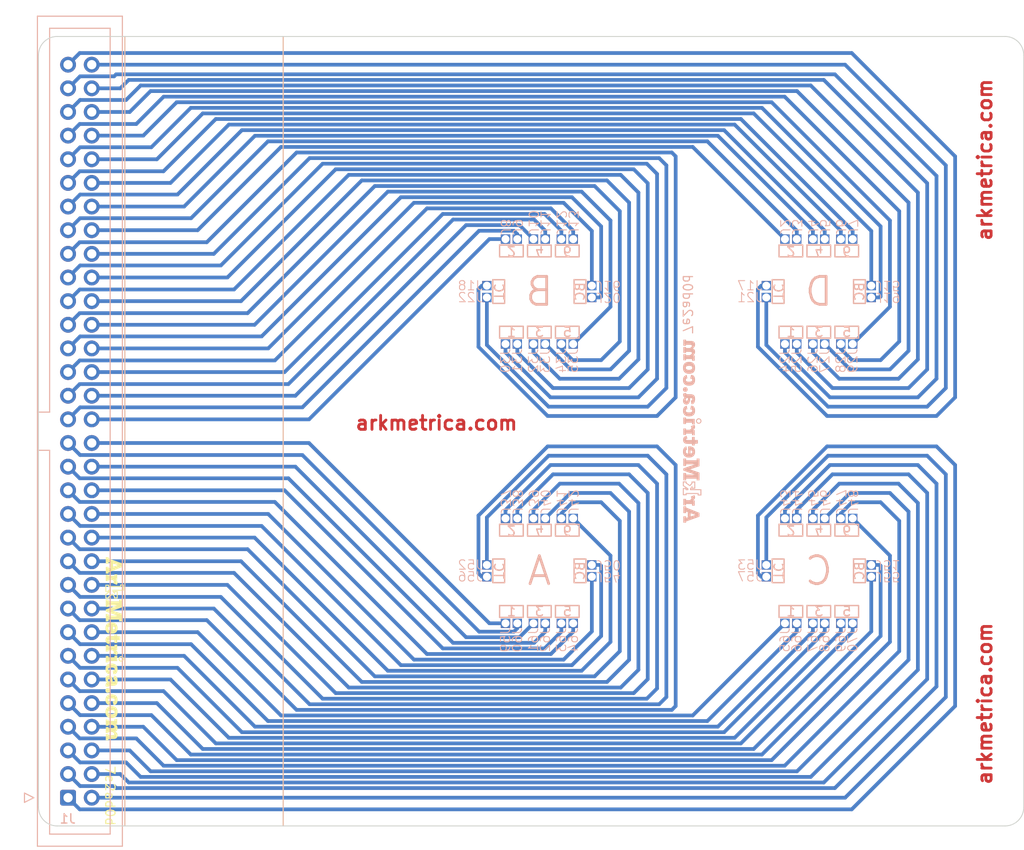
<source format=kicad_pcb>
(kicad_pcb (version 20221018) (generator pcbnew)
  (layers (0 "F.Cu" signal) (31 "B.Cu" signal) (34 "B.Paste" user) (35 "F.Paste" user) (36 "B.SilkS" user "B.Silkscreen") (37 "F.SilkS" user "F.Silkscreen") (38 "B.Mask" user) (39 "F.Mask" user) (44 "Edge.Cuts" user))
  (net 0 "")
  (net 1 "/4VT")
  (net 2 "/4IT")
  (net 3 "/4V1")
  (net 4 "/4I1")
  (net 5 "/4V3")
  (net 6 "/4I3")
  (net 7 "/4V5")
  (net 8 "/4I5")
  (net 9 "/4VB")
  (net 10 "/4IB")
  (net 11 "/4V6")
  (net 12 "/4I6")
  (net 13 "/4V4")
  (net 14 "/4I4")
  (net 15 "/4V2")
  (net 16 "/4I2")
  (net 17 "/2VT")
  (net 18 "/2IT")
  (net 19 "/2V1")
  (net 20 "/2I1")
  (net 21 "/2V3")
  (net 22 "/2I3")
  (net 23 "/2V5")
  (net 24 "/2I5")
  (net 25 "/2VB")
  (net 26 "/2IB")
  (net 27 "/2V6")
  (net 28 "/2I6")
  (net 29 "/2V4")
  (net 30 "/2I4")
  (net 31 "/2V2")
  (net 32 "/2I2")
  (net 33 "/1V2")
  (net 34 "/1I2")
  (net 35 "/1V4")
  (net 36 "/1I4")
  (net 37 "/1V6")
  (net 38 "/1I6")
  (net 39 "/1VB")
  (net 40 "/1IB")
  (net 41 "/1V5")
  (net 42 "/1I5")
  (net 43 "/1V3")
  (net 44 "/1I3")
  (net 45 "/1V1")
  (net 46 "/1I1")
  (net 47 "/1VT")
  (net 48 "/1IT")
  (net 49 "/3V2")
  (net 50 "/3I2")
  (net 51 "/3V4")
  (net 52 "/3I4")
  (net 53 "/3V6")
  (net 54 "/3I6")
  (net 55 "/3VB")
  (net 56 "/3IB")
  (net 57 "/3V5")
  (net 58 "/3I5")
  (net 59 "/3V3")
  (net 60 "/3I3")
  (net 61 "/3V1")
  (net 62 "/3I1")
  (net 63 "/3VT")
  (net 64 "/3IT")
  (footprint "custom_footprints:P13-4023+S13-503_OFF" (layer "F.Cu") (at 12.635 9.365)
    (fp_text reference "J44")
    (fp_text value "Conn_01x01")
  )
  (footprint "custom_footprints:P13-4023+S13-503_OFF" (layer "F.Cu") (at -20.635 -14.365 90)
    (fp_text reference "J22")
    (fp_text value "Conn_01x01")
  )
  (footprint "custom_footprints:P13-4023+S13-503_OFF" (layer "F.Cu") (at 18.635 9.365)
    (fp_text reference "J48")
    (fp_text value "Conn_01x01")
  )
  (footprint "custom_footprints:P13-4023+S13-503_OFF" (layer "F.Cu") (at -18.635 9.365)
    (fp_text reference "J37")
    (fp_text value "Conn_01x01")
  )
  (footprint "custom_footprints:P13-4023+S13-503_OFF" (layer "F.Cu") (at -9.365 -14.365 -90)
    (fp_text reference "J20")
    (fp_text value "Conn_01x01")
  )
  (footprint "custom_footprints:P13-4023+S13-503_OFF" (layer "F.Cu") (at 15.635 -20.635)
    (fp_text reference "J5")
    (fp_text value "Conn_01x01")
  )
  (footprint "custom_footprints:P13-4023+S13-503_OFF" (layer "F.Cu") (at -20.635 14.365 90)
    (fp_text reference "J52")
    (fp_text value "Conn_01x01")
  )
  (footprint "custom_footprints:P13-4023+S13-503_OFF" (layer "F.Cu") (at -17.365 -20.635)
    (fp_text reference "J9")
    (fp_text value "Conn_01x01")
  )
  (footprint "custom_footprints:P13-4023+S13-503_OFF" (layer "F.Cu") (at -20.635 15.635 90)
    (fp_text reference "J56")
    (fp_text value "Conn_01x01")
  )
  (footprint "custom_footprints:P13-4023+S13-503_OFF" (layer "F.Cu") (at 14.365 20.635 180)
    (fp_text reference "J67")
    (fp_text value "Conn_01x01")
  )
  (footprint "custom_footprints:P13-4023+S13-503_OFF" (layer "F.Cu") (at -15.635 20.635 180)
    (fp_text reference "J61")
    (fp_text value "Conn_01x01")
  )
  (footprint "custom_footprints:P13-4023+S13-503_OFF" (layer "F.Cu") (at -17.365 9.365)
    (fp_text reference "J38")
    (fp_text value "Conn_01x01")
  )
  (footprint "custom_footprints:P13-4023+S13-503_OFF" (layer "F.Cu") (at 9.365 -14.365 90)
    (fp_text reference "J21")
    (fp_text value "Conn_01x01")
  )
  (footprint "custom_footprints:P13-4023+S13-503_OFF" (layer "F.Cu") (at -17.365 -9.365 180)
    (fp_text reference "J31")
    (fp_text value "Conn_01x01")
  )
  (footprint "custom_footprints:P13-4023+S13-503_OFF" (layer "F.Cu") (at 12.635 -9.365 180)
    (fp_text reference "J25")
    (fp_text value "Conn_01x01")
  )
  (footprint "custom_footprints:P13-4023+S13-503_OFF" (layer "F.Cu") (at 9.365 -15.635 90)
    (fp_text reference "J17")
    (fp_text value "Conn_01x01")
  )
  (footprint "custom_footprints:P13-4023+S13-503_OFF" (layer "F.Cu") (at 11.365 -9.365 180)
    (fp_text reference "J24")
    (fp_text value "Conn_01x01")
  )
  (footprint "custom_footprints:P13-4023+S13-503_OFF" (layer "F.Cu") (at -14.365 -20.635)
    (fp_text reference "J11")
    (fp_text value "Conn_01x01")
  )
  (footprint "custom_footprints:P13-4023+S13-503_OFF" (layer "F.Cu") (at -12.635 -20.635)
    (fp_text reference "J12")
    (fp_text value "Conn_01x01")
  )
  (footprint "custom_footprints:P13-4023+S13-503_OFF" (layer "F.Cu") (at 20.635 -14.365 -90)
    (fp_text reference "J19")
    (fp_text value "Conn_01x01")
  )
  (footprint "custom_footprints:P13-4023+S13-503_OFF" (layer "F.Cu") (at 17.365 9.365)
    (fp_text reference "J47")
    (fp_text value "Conn_01x01")
  )
  (footprint "custom_footprints:P13-4023+S13-503_OFF" (layer "F.Cu") (at -15.635 -20.635)
    (fp_text reference "J10")
    (fp_text value "Conn_01x01")
  )
  (footprint "custom_footprints:P13-4023+S13-503_OFF" (layer "F.Cu") (at 12.635 -20.635)
    (fp_text reference "J3")
    (fp_text value "Conn_01x01")
  )
  (footprint "custom_footprints:P13-4023+S13-503_OFF" (layer "F.Cu") (at 18.635 -9.365 180)
    (fp_text reference "J29")
    (fp_text value "Conn_01x01")
  )
  (footprint "custom_footprints:P13-4023+S13-503_OFF" (layer "F.Cu") (at -12.635 20.635 180)
    (fp_text reference "J63")
    (fp_text value "Conn_01x01")
  )
  (footprint "custom_footprints:P13-4023+S13-503_OFF" (layer "F.Cu") (at -11.365 20.635 180)
    (fp_text reference "J64")
    (fp_text value "Conn_01x01")
  )
  (footprint "custom_footprints:P13-4023+S13-503_OFF" (layer "F.Cu") (at -12.635 9.365)
    (fp_text reference "J41")
    (fp_text value "Conn_01x01")
  )
  (footprint "custom_footprints:P13-4023+S13-503_OFF" (layer "F.Cu") (at 11.365 -20.635)
    (fp_text reference "J2")
    (fp_text value "Conn_01x01")
  )
  (footprint "custom_footprints:P13-4023+S13-503_OFF" (layer "F.Cu") (at 17.365 -9.365 180)
    (fp_text reference "J28")
    (fp_text value "Conn_01x01")
  )
  (footprint "custom_footprints:P13-4023+S13-503_OFF" (layer "F.Cu") (at -18.635 20.635 180)
    (fp_text reference "J59")
    (fp_text value "Conn_01x01")
  )
  (footprint "custom_footprints:P13-4023+S13-503_OFF" (layer "F.Cu") (at -15.635 -9.365 180)
    (fp_text reference "J32")
    (fp_text value "Conn_01x01")
  )
  (footprint "custom_footprints:P13-4023+S13-503_OFF" (layer "F.Cu") (at 9.365 14.365 90)
    (fp_text reference "J53")
    (fp_text value "Conn_01x01")
  )
  (footprint "custom_footprints:P13-4023+S13-503_OFF" (layer "F.Cu") (at 20.635 14.365 -90)
    (fp_text reference "J51")
    (fp_text value "Conn_01x01")
  )
  (footprint "custom_footprints:P13-4023+S13-503_OFF" (layer "F.Cu") (at -14.365 -9.365 180)
    (fp_text reference "J33")
    (fp_text value "Conn_01x01")
  )
  (footprint "custom_footprints:P13-4023+S13-503_OFF" (layer "F.Cu") (at -9.365 15.635 -90)
    (fp_text reference "J54")
    (fp_text value "Conn_01x01")
  )
  (footprint "custom_footprints:P13-4023+S13-503_OFF" (layer "F.Cu") (at 14.365 9.365)
    (fp_text reference "J45")
    (fp_text value "Conn_01x01")
  )
  (footprint "custom_footprints:P13-4023+S13-503_OFF" (layer "F.Cu") (at -14.365 9.365)
    (fp_text reference "J40")
    (fp_text value "Conn_01x01")
  )
  (footprint "custom_footprints:P13-4023+S13-503_OFF" (layer "F.Cu") (at 15.635 9.365)
    (fp_text reference "J46")
    (fp_text value "Conn_01x01")
  )
  (footprint "custom_footprints:P13-4023+S13-503_OFF" (layer "F.Cu") (at 14.365 -9.365 180)
    (fp_text reference "J26")
    (fp_text value "Conn_01x01")
  )
  (footprint "custom_footprints:P13-4023+S13-503_OFF" (layer "F.Cu") (at 17.365 20.635 180)
    (fp_text reference "J69")
    (fp_text value "Conn_01x01")
  )
  (footprint "custom_footprints:P13-4023+S13-503_OFF" (layer "F.Cu") (at -15.635 9.365)
    (fp_text reference "J39")
    (fp_text value "Conn_01x01")
  )
  (footprint "custom_footprints:P13-4023+S13-503_OFF" (layer "F.Cu") (at -17.365 20.635 180)
    (fp_text reference "J60")
    (fp_text value "Conn_01x01")
  )
  (footprint "custom_footprints:P13-4023+S13-503_OFF" (layer "F.Cu") (at 18.635 20.635 180)
    (fp_text reference "J70")
    (fp_text value "Conn_01x01")
  )
  (footprint "custom_footprints:P13-4023+S13-503_OFF" (layer "F.Cu") (at 17.365 -20.635)
    (fp_text reference "J6")
    (fp_text value "Conn_01x01")
  )
  (footprint "custom_footprints:P13-4023+S13-503_OFF" (layer "F.Cu") (at 11.365 9.365)
    (fp_text reference "J43")
    (fp_text value "Conn_01x01")
  )
  (footprint "custom_footprints:P13-4023+S13-503_OFF" (layer "F.Cu") (at 12.635 20.635 180)
    (fp_text reference "J66")
    (fp_text value "Conn_01x01")
  )
  (footprint "custom_footprints:P13-4023+S13-503_OFF" (layer "F.Cu") (at 18.635 -20.635)
    (fp_text reference "J7")
    (fp_text value "Conn_01x01")
  )
  (footprint "custom_footprints:P13-4023+S13-503_OFF" (layer "F.Cu") (at -9.365 14.365 -90)
    (fp_text reference "J50")
    (fp_text value "Conn_01x01")
  )
  (footprint "custom_footprints:P13-4023+S13-503_OFF" (layer "F.Cu") (at 11.365 20.635 180)
    (fp_text reference "J65")
    (fp_text value "Conn_01x01")
  )
  (footprint "custom_footprints:P13-4023+S13-503_OFF" (layer "F.Cu") (at -11.365 -9.365 180)
    (fp_text reference "J35")
    (fp_text value "Conn_01x01")
  )
  (footprint "custom_footprints:P13-4023+S13-503_OFF" (layer "F.Cu") (at 15.635 20.635 180)
    (fp_text reference "J68")
    (fp_text value "Conn_01x01")
  )
  (footprint "custom_footprints:P13-4023+S13-503_OFF" (layer "F.Cu") (at 20.635 15.635 -90)
    (fp_text reference "J55")
    (fp_text value "Conn_01x01")
  )
  (footprint "custom_footprints:P13-4023+S13-503_OFF" (layer "F.Cu") (at 9.365 15.635 90)
    (fp_text reference "J57")
    (fp_text value "Conn_01x01")
  )
  (footprint "custom_footprints:P13-4023+S13-503_OFF" (layer "F.Cu") (at 14.365 -20.635)
    (fp_text reference "J4")
    (fp_text value "Conn_01x01")
  )
  (footprint "custom_footprints:P13-4023+S13-503_OFF" (layer "F.Cu") (at -18.635 -9.365 180)
    (fp_text reference "J30")
    (fp_text value "Conn_01x01")
  )
  (footprint "custom:site_small" (layer "F.Cu") (at -60.595 23.37 -90)
    (fp_text reference "SYM1" hide)
    (fp_text value "Logo_Open_Hardware_Small" hide)
  )
  (footprint "custom_footprints:P13-4023+S13-503_OFF" (layer "F.Cu") (at -18.635 -20.635)
    (fp_text reference "J8")
    (fp_text value "Conn_01x01")
  )
  (footprint "custom_footprints:P13-4023+S13-503_OFF" (layer "F.Cu") (at -14.365 20.635 180)
    (fp_text reference "J62")
    (fp_text value "Conn_01x01")
  )
  (footprint "custom_footprints:P13-4023+S13-503_OFF" (layer "F.Cu") (at -20.635 -15.635 90)
    (fp_text reference "J18")
    (fp_text value "Conn_01x01")
  )
  (footprint "custom_footprints:P13-4023+S13-503_OFF" (layer "F.Cu") (at -11.365 -20.635)
    (fp_text reference "J13")
    (fp_text value "Conn_01x01")
  )
  (footprint "custom_footprints:P13-4023+S13-503_OFF" (layer "F.Cu") (at 20.635 -15.635 -90)
    (fp_text reference "J15")
    (fp_text value "Conn_01x01")
  )
  (footprint "custom_footprints:P13-4023+S13-503_OFF" (layer "F.Cu") (at 15.635 -9.365 180)
    (fp_text reference "J27")
    (fp_text value "Conn_01x01")
  )
  (footprint "custom_footprints:P13-4023+S13-503_OFF" (layer "F.Cu") (at -12.635 -9.365 180)
    (fp_text reference "J34")
    (fp_text value "Conn_01x01")
  )
  (footprint "custom_footprints:P13-4023+S13-503_OFF" (layer "F.Cu") (at -11.365 9.365)
    (fp_text reference "J42")
    (fp_text value "Conn_01x01")
  )
  (footprint "custom_footprints:P13-4023+S13-503_OFF" (layer "F.Cu") (at -9.365 -15.635 -90)
    (fp_text reference "J16")
    (fp_text value "Conn_01x01")
  )
  (footprint "custom:site_small" (layer "B.Cu") (at 1.405 0 90)
    (fp_text reference "SYM2" hide)
    (fp_text value "Logo_Open_Hardware_Small" hide)
  )
  (footprint "Connector_IDC:IDC-Header_2x32_P2.54mm_Vertical" (layer "B.Cu") (at -65.595 39.37)
    (fp_text reference "J1")
    (fp_text value "Conn_02x32_Odd_Even")
  )
  (gr_rect (start 10.73 18.73) (end 13.27 20.0025) (stroke (width 0.15)) (fill none) (layer "B.SilkS"))
  (gr_rect (start 10.73 -20) (end 13.27 -18.7275) (stroke (width 0.15)) (fill none) (layer "B.SilkS"))
  (gr_rect (start -19.27 18.73) (end -16.73 20.0025) (stroke (width 0.15)) (fill none) (layer "B.SilkS"))
  (gr_rect (start -16.27 10) (end -13.73 11.2725) (stroke (width 0.15)) (fill none) (layer "B.SilkS"))
  (gr_rect (start 16.73 10) (end 19.27 11.2725) (stroke (width 0.15)) (fill none) (layer "B.SilkS"))
  (gr_rect (start -11.2725 -16.27) (end -10 -13.73) (stroke (width 0.15)) (fill none) (layer "B.SilkS"))
  (gr_line (start -59.5 -42.4) (end -59.5 42.4) (stroke (width 0.1)) (layer "B.SilkS"))
  (gr_rect (start -13.27 18.7275) (end -10.73 20) (stroke (width 0.15)) (fill none) (layer "B.SilkS"))
  (gr_rect (start 10 -16.27) (end 11.2725 -13.73) (stroke (width 0.15)) (fill none) (layer "B.SilkS"))
  (gr_rect (start -20 -16.27) (end -18.7275 -13.73) (stroke (width 0.15)) (fill none) (layer "B.SilkS"))
  (gr_rect (start -11.2725 13.73) (end -10 16.27) (stroke (width 0.15)) (fill none) (layer "B.SilkS"))
  (gr_rect (start -13.27 10) (end -10.73 11.2725) (stroke (width 0.15)) (fill none) (layer "B.SilkS"))
  (gr_rect (start 13.73 18.7275) (end 16.27 20) (stroke (width 0.15)) (fill none) (layer "B.SilkS"))
  (gr_rect (start 16.73 18.7275) (end 19.27 20) (stroke (width 0.15)) (fill none) (layer "B.SilkS"))
  (gr_rect (start -19.27 -20) (end -16.73 -18.7275) (stroke (width 0.15)) (fill none) (layer "B.SilkS"))
  (gr_rect (start 10 13.73) (end 11.2725 16.27) (stroke (width 0.15)) (fill none) (layer "B.SilkS"))
  (gr_rect (start 16.73 -20) (end 19.27 -18.7275) (stroke (width 0.15)) (fill none) (layer "B.SilkS"))
  (gr_rect (start 18.7275 13.73) (end 20 16.27) (stroke (width 0.15)) (fill none) (layer "B.SilkS"))
  (gr_rect (start -13.27 -20) (end -10.73 -18.7275) (stroke (width 0.15)) (fill none) (layer "B.SilkS"))
  (gr_rect (start -16.27 -11.2725) (end -13.73 -10) (stroke (width 0.15)) (fill none) (layer "B.SilkS"))
  (gr_rect (start 13.73 -20) (end 16.27 -18.7275) (stroke (width 0.15)) (fill none) (layer "B.SilkS"))
  (gr_rect (start -19.27 10) (end -16.73 11.2725) (stroke (width 0.15)) (fill none) (layer "B.SilkS"))
  (gr_line (start -42.5 -42.4) (end -42.5 42.4) (stroke (width 0.1)) (layer "B.SilkS"))
  (gr_rect (start 13.73 10) (end 16.27 11.2725) (stroke (width 0.15)) (fill none) (layer "B.SilkS"))
  (gr_rect (start -20 13.73) (end -18.7275 16.27) (stroke (width 0.15)) (fill none) (layer "B.SilkS"))
  (gr_rect (start -16.27 -20) (end -13.73 -18.7275) (stroke (width 0.15)) (fill none) (layer "B.SilkS"))
  (gr_rect (start -19.27 -11.27) (end -16.73 -9.9975) (stroke (width 0.15)) (fill none) (layer "B.SilkS"))
  (gr_rect (start 18.7275 -16.27) (end 20 -13.73) (stroke (width 0.15)) (fill none) (layer "B.SilkS"))
  (gr_rect (start -13.27 -11.2725) (end -10.73 -10) (stroke (width 0.15)) (fill none) (layer "B.SilkS"))
  (gr_rect (start -16.27 18.7275) (end -13.73 20) (stroke (width 0.15)) (fill none) (layer "B.SilkS"))
  (gr_rect (start 10.73 10) (end 13.27 11.2725) (stroke (width 0.15)) (fill none) (layer "B.SilkS"))
  (gr_rect (start 13.73 -11.2725) (end 16.27 -10) (stroke (width 0.15)) (fill none) (layer "B.SilkS"))
  (gr_rect (start 10.73 -11.27) (end 13.27 -9.9975) (stroke (width 0.15)) (fill none) (layer "B.SilkS"))
  (gr_rect (start 16.73 -11.2725) (end 19.27 -10) (stroke (width 0.15)) (fill none) (layer "B.SilkS"))
  (gr_line (start -59.5 -42.4) (end -59.5 42.4) (stroke (width 0.1)) (layer "F.SilkS"))
  (gr_line (start -42.5 -42.4) (end -42.5 42.4) (stroke (width 0.1)) (layer "F.SilkS"))
  (gr_arc (start 35 -42.4) (mid 36.414214 -41.814214) (end 37 -40.4) (stroke (width 0.1)) (layer "Edge.Cuts"))
  (gr_arc (start -68.77 -40.4) (mid -68.184214 -41.814214) (end -66.77 -42.4) (stroke (width 0.1)) (layer "Edge.Cuts"))
  (gr_arc (start -66.77 42.4) (mid -68.184214 41.814214) (end -68.77 40.4) (stroke (width 0.1)) (layer "Edge.Cuts"))
  (gr_line (start 37 -40.4) (end 37 40.4) (stroke (width 0.1)) (layer "Edge.Cuts"))
  (gr_line (start -66.77 -42.4) (end 35 -42.4) (stroke (width 0.1)) (layer "Edge.Cuts"))
  (gr_line (start -66.77 42.4) (end 35 42.4) (stroke (width 0.1)) (layer "Edge.Cuts"))
  (gr_line (start -68.77 -40.4) (end -68.77 40.4) (stroke (width 0.1)) (layer "Edge.Cuts"))
  (gr_arc (start 37 40.4) (mid 36.414214 41.814214) (end 35 42.4) (stroke (width 0.1)) (layer "Edge.Cuts"))
  (gr_text "arkmetrica.com" (at -34.88 0) (layer "F.Cu") (effects (font (size 1.5 1.5) (thickness 0.3) bold) (justify left bottom)))
  (gr_text "arkmetrica.com" (at 33.7 -20.32 90) (layer "F.Cu") (effects (font (size 1.5 1.5) (thickness 0.3) bold) (justify left bottom)))
  (gr_text "arkmetrica.com" (at 33.7 38.1 90) (layer "F.Cu") (effects (font (size 1.5 1.5) (thickness 0.3) bold) (justify left bottom)))
  (gr_text "6" (at 18 -19.3625 180) (layer "B.SilkS") (effects (font (size 1 1)) (justify mirror)))
  (gr_text "1" (at 12 -10.635) (layer "B.SilkS") (effects (font (size 1 1)) (justify mirror)))
  (gr_text "TC" (at 10.6375 -15 270) (layer "B.SilkS") (effects (font (size 1 1)) (justify mirror)))
  (gr_text "6" (at -12 10.6375 180) (layer "B.SilkS") (effects (font (size 1 1)) (justify mirror)))
  (gr_text "3" (at 15 19.3625) (layer "B.SilkS") (effects (font (size 1 1)) (justify mirror)))
  (gr_text "C" (at 15 15) (layer "B.SilkS") (effects (font (size 3 3) (thickness 0.3)) (justify mirror)))
  (gr_text "1" (at -18 -10.635) (layer "B.SilkS") (effects (font (size 1 1)) (justify mirror)))
  (gr_text "4" (at -15 -19.3625 180) (layer "B.SilkS") (effects (font (size 1 1)) (justify mirror)))
  (gr_text "BC" (at 19.3625 15 90) (layer "B.SilkS") (effects (font (size 1 1)) (justify mirror)))
  (gr_text "1" (at -18 19.365) (layer "B.SilkS") (effects (font (size 1 1)) (justify mirror)))
  (gr_text "3" (at 15 -10.6375) (layer "B.SilkS") (effects (font (size 1 1)) (justify mirror)))
  (gr_text "2" (at -18 10.6375 180) (layer "B.SilkS") (effects (font (size 1 1)) (justify mirror)))
  (gr_text "BC" (at 19.3625 -15 90) (layer "B.SilkS") (effects (font (size 1 1)) (justify mirror)))
  (gr_text "5" (at 18 -10.6375) (layer "B.SilkS") (effects (font (size 1 1)) (justify mirror)))
  (gr_text "4" (at 15 10.6375 180) (layer "B.SilkS") (effects (font (size 1 1)) (justify mirror)))
  (gr_text "3" (at -15 -10.6375) (layer "B.SilkS") (effects (font (size 1 1)) (justify mirror)))
  (gr_text "BC" (at -10.6375 15 90) (layer "B.SilkS") (effects (font (size 1 1)) (justify mirror)))
  (gr_text "TC" (at 10.6375 15 270) (layer "B.SilkS") (effects (font (size 1 1)) (justify mirror)))
  (gr_text "TC" (at -19.3625 -15 270) (layer "B.SilkS") (effects (font (size 1 1)) (justify mirror)))
  (gr_text "5" (at 18 19.3625) (layer "B.SilkS") (effects (font (size 1 1)) (justify mirror)))
  (gr_text "6" (at -12 -19.3625 180) (layer "B.SilkS") (effects (font (size 1 1)) (justify mirror)))
  (gr_text "7e2ad0d" (at 0.905 -13.63 270) (layer "B.SilkS") (effects (font (size 1 1) (thickness 0.125)) (justify mirror)))
  (gr_text "1" (at 12 19.365) (layer "B.SilkS") (effects (font (size 1 1)) (justify mirror)))
  (gr_text "B" (at -15 -15) (layer "B.SilkS") (effects (font (size 3 3) (thickness 0.3)) (justify mirror)))
  (gr_text "5" (at -12 -10.6375) (layer "B.SilkS") (effects (font (size 1 1)) (justify mirror)))
  (gr_text "3" (at -15 19.3625) (layer "B.SilkS") (effects (font (size 1 1)) (justify mirror)))
  (gr_text "2" (at 12 -19.3625 180) (layer "B.SilkS") (effects (font (size 1 1)) (justify mirror)))
  (gr_text "5" (at -12 19.3625) (layer "B.SilkS") (effects (font (size 1 1)) (justify mirror)))
  (gr_text "A" (at -15 15) (layer "B.SilkS") (effects (font (size 3 3) (thickness 0.3)) (justify mirror)))
  (gr_text "2" (at -18 -19.3625 180) (layer "B.SilkS") (effects (font (size 1 1)) (justify mirror)))
  (gr_text "D" (at 15 -15) (layer "B.SilkS") (effects (font (size 3 3) (thickness 0.3)) (justify mirror)))
  (gr_text "2" (at 12 10.6375 180) (layer "B.SilkS") (effects (font (size 1 1)) (justify mirror)))
  (gr_text "TC" (at -19.3625 15 270) (layer "B.SilkS") (effects (font (size 1 1)) (justify mirror)))
  (gr_text "4" (at -15 10.6375 180) (layer "B.SilkS") (effects (font (size 1 1)) (justify mirror)))
  (gr_text "6" (at 18 10.6375 180) (layer "B.SilkS") (effects (font (size 1 1)) (justify mirror)))
  (gr_text "4" (at 15 -19.3625 180) (layer "B.SilkS") (effects (font (size 1 1)) (justify mirror)))
  (gr_text "BC" (at -10.6375 -15 90) (layer "B.SilkS") (effects (font (size 1 1)) (justify mirror)))
  (gr_text "7e2ad0d" (at -61.095 35.87 270) (layer "F.SilkS") (effects (font (size 1 1) (thickness 0.125)) (justify left)))
  (segment (start 15.888604 -1.635) (end 8.465 -9.058604) (width 0.4) (layer "B.Cu") (net 1))
  (segment (start 27.635 -1.635) (end 15.888604 -1.635) (width 0.4) (layer "B.Cu") (net 1))
  (segment (start 8.835 -15.635) (end 9.365 -15.635) (width 0.4) (layer "B.Cu") (net 1))
  (segment (start 29.635 -29.521396) (end 18.536396 -40.62) (width 0.4) (layer "B.Cu") (net 1))
  (segment (start 8.465 -15.265) (end 8.835 -15.635) (width 0.4) (layer "B.Cu") (net 1))
  (segment (start 8.465 -9.058604) (end 8.465 -15.265) (width 0.4) (layer "B.Cu") (net 1))
  (segment (start 18.536396 -40.62) (end -64.345 -40.62) (width 0.4) (layer "B.Cu") (net 1))
  (segment (start 29.635 -3.635) (end 27.635 -1.635) (width 0.4) (layer "B.Cu") (net 1))
  (segment (start -64.345 -40.62) (end -65.595 -39.37) (width 0.4) (layer "B.Cu") (net 1))
  (segment (start 29.635 -29.521396) (end 29.635 -3.635) (width 0.4) (layer "B.Cu") (net 1))
  (segment (start 26.635 -2.635) (end 28.635 -4.635) (width 0.4) (layer "B.Cu") (net 2))
  (segment (start 28.635 -28.559264) (end 17.824264 -39.37) (width 0.4) (layer "B.Cu") (net 2))
  (segment (start 9.365 -14.365) (end 9.365 -9.260736) (width 0.4) (layer "B.Cu") (net 2))
  (segment (start 15.990736 -2.635) (end 26.635 -2.635) (width 0.4) (layer "B.Cu") (net 2))
  (segment (start 9.365 -9.260736) (end 15.990736 -2.635) (width 0.4) (layer "B.Cu") (net 2))
  (segment (start 17.824264 -39.37) (end -63.055 -39.37) (width 0.4) (layer "B.Cu") (net 2))
  (segment (start 28.635 -4.635) (end 28.635 -28.559264) (width 0.4) (layer "B.Cu") (net 2))
  (segment (start 27.635 -5.635) (end 27.635 -27.424264) (width 0.4) (layer "B.Cu") (net 3))
  (segment (start 11.365 -8.465) (end 16.195 -3.635) (width 0.4) (layer "B.Cu") (net 3))
  (segment (start 16.724264 -38.335) (end -60.435 -38.335) (width 0.4) (layer "B.Cu") (net 3))
  (segment (start -60.435 -38.335) (end -60.65 -38.12) (width 0.4) (layer "B.Cu") (net 3))
  (segment (start 25.635 -3.635) (end 27.635 -5.635) (width 0.4) (layer "B.Cu") (net 3))
  (segment (start -60.65 -38.12) (end -64.305 -38.12) (width 0.4) (layer "B.Cu") (net 3))
  (segment (start 16.195 -3.635) (end 25.635 -3.635) (width 0.4) (layer "B.Cu") (net 3))
  (segment (start 11.365 -9.365) (end 11.365 -8.465) (width 0.4) (layer "B.Cu") (net 3))
  (segment (start 27.635 -27.424264) (end 16.724264 -38.335) (width 0.4) (layer "B.Cu") (net 3))
  (segment (start -64.305 -38.12) (end -65.595 -36.83) (width 0.4) (layer "B.Cu") (net 3))
  (segment (start 16.465 -4.635) (end 24.635 -4.635) (width 0.4) (layer "B.Cu") (net 4))
  (segment (start 26.635 -26.635) (end 15.535 -37.735) (width 0.4) (layer "B.Cu") (net 4))
  (segment (start -59.989264 -36.83) (end -63.055 -36.83) (width 0.4) (layer "B.Cu") (net 4))
  (segment (start 26.635 -6.635) (end 26.635 -26.635) (width 0.4) (layer "B.Cu") (net 4))
  (segment (start 12.635 -8.465) (end 16.465 -4.635) (width 0.4) (layer "B.Cu") (net 4))
  (segment (start 24.635 -4.635) (end 26.635 -6.635) (width 0.4) (layer "B.Cu") (net 4))
  (segment (start 15.535 -37.735) (end -59.084264 -37.735) (width 0.4) (layer "B.Cu") (net 4))
  (segment (start 12.635 -9.365) (end 12.635 -8.465) (width 0.4) (layer "B.Cu") (net 4))
  (segment (start -59.084264 -37.735) (end -59.989264 -36.83) (width 0.4) (layer "B.Cu") (net 4))
  (segment (start -57.809264 -37.135) (end -59.364264 -35.58) (width 0.4) (layer "B.Cu") (net 5))
  (segment (start 25.635 -25.635) (end 14.135 -37.135) (width 0.4) (layer "B.Cu") (net 5))
  (segment (start -64.305 -35.58) (end -65.595 -34.29) (width 0.4) (layer "B.Cu") (net 5))
  (segment (start 14.135 -37.135) (end -57.809264 -37.135) (width 0.4) (layer "B.Cu") (net 5))
  (segment (start 14.365 -9.365) (end 14.365 -8.465) (width 0.4) (layer "B.Cu") (net 5))
  (segment (start 23.559264 -5.635) (end 25.635 -7.710736) (width 0.4) (layer "B.Cu") (net 5))
  (segment (start 25.635 -7.710736) (end 25.635 -25.635) (width 0.4) (layer "B.Cu") (net 5))
  (segment (start 17.195 -5.635) (end 23.559264 -5.635) (width 0.4) (layer "B.Cu") (net 5))
  (segment (start -59.364264 -35.58) (end -64.305 -35.58) (width 0.4) (layer "B.Cu") (net 5))
  (segment (start 14.365 -8.465) (end 17.195 -5.635) (width 0.4) (layer "B.Cu") (net 5))
  (segment (start 22.635 -6.635) (end 24.635 -8.635) (width 0.4) (layer "B.Cu") (net 6))
  (segment (start 18.365 -6.635) (end 22.635 -6.635) (width 0.4) (layer "B.Cu") (net 6))
  (segment (start 24.635 -8.635) (end 24.635 -24.559264) (width 0.4) (layer "B.Cu") (net 6))
  (segment (start 24.635 -24.559264) (end 12.659264 -36.535) (width 0.4) (layer "B.Cu") (net 6))
  (segment (start 15.635 -9.365) (end 18.365 -6.635) (width 0.4) (layer "B.Cu") (net 6))
  (segment (start 12.659264 -36.535) (end -56.735 -36.535) (width 0.4) (layer "B.Cu") (net 6))
  (segment (start -58.98 -34.29) (end -63.055 -34.29) (width 0.4) (layer "B.Cu") (net 6))
  (segment (start -56.735 -36.535) (end -58.98 -34.29) (width 0.4) (layer "B.Cu") (net 6))
  (segment (start 17.365 -8.835) (end 18.565 -7.635) (width 0.4) (layer "B.Cu") (net 7))
  (segment (start 18.565 -7.635) (end 21.635 -7.635) (width 0.4) (layer "B.Cu") (net 7))
  (segment (start -55.335 -35.935) (end -58.27 -33) (width 0.4) (layer "B.Cu") (net 7))
  (segment (start 23.635 -23.635) (end 11.335 -35.935) (width 0.4) (layer "B.Cu") (net 7))
  (segment (start 17.365 -9.365) (end 17.365 -8.835) (width 0.4) (layer "B.Cu") (net 7))
  (segment (start 23.635 -9.635) (end 23.635 -23.635) (width 0.4) (layer "B.Cu") (net 7))
  (segment (start 21.635 -7.635) (end 23.635 -9.635) (width 0.4) (layer "B.Cu") (net 7))
  (segment (start -58.27 -33) (end -64.345 -33) (width 0.4) (layer "B.Cu") (net 7))
  (segment (start 11.335 -35.935) (end -55.335 -35.935) (width 0.4) (layer "B.Cu") (net 7))
  (segment (start -64.345 -33) (end -65.595 -31.75) (width 0.4) (layer "B.Cu") (net 7))
  (segment (start -57.52 -31.75) (end -63.055 -31.75) (width 0.4) (layer "B.Cu") (net 8))
  (segment (start 18.635 -9.365) (end 22.635 -13.365) (width 0.4) (layer "B.Cu") (net 8))
  (segment (start 9.935 -35.335) (end -53.935 -35.335) (width 0.4) (layer "B.Cu") (net 8))
  (segment (start -53.935 -35.335) (end -57.52 -31.75) (width 0.4) (layer "B.Cu") (net 8))
  (segment (start 22.635 -22.635) (end 9.935 -35.335) (width 0.4) (layer "B.Cu") (net 8))
  (segment (start 22.635 -13.365) (end 22.635 -22.635) (width 0.4) (layer "B.Cu") (net 8))
  (segment (start 21.535 -14.365) (end 21.635 -14.465) (width 0.4) (layer "B.Cu") (net 9))
  (segment (start 20.635 -14.365) (end 21.535 -14.365) (width 0.4) (layer "B.Cu") (net 9))
  (segment (start 21.635 -21.996396) (end 8.896396 -34.735) (width 0.4) (layer "B.Cu") (net 9))
  (segment (start -52.418616 -34.735) (end -56.653616 -30.5) (width 0.4) (layer "B.Cu") (net 9))
  (segment (start 8.896396 -34.735) (end -52.418616 -34.735) (width 0.4) (layer "B.Cu") (net 9))
  (segment (start 21.635 -14.465) (end 21.635 -21.996396) (width 0.4) (layer "B.Cu") (net 9))
  (segment (start -56.653616 -30.5) (end -64.305 -30.5) (width 0.4) (layer "B.Cu") (net 9))
  (segment (start -64.305 -30.5) (end -65.595 -29.21) (width 0.4) (layer "B.Cu") (net 9))
  (segment (start -56.06 -29.21) (end -63.055 -29.21) (width 0.4) (layer "B.Cu") (net 10))
  (segment (start -51.135 -34.135) (end -56.06 -29.21) (width 0.4) (layer "B.Cu") (net 10))
  (segment (start 20.635 -21.509264) (end 8.009264 -34.135) (width 0.4) (layer "B.Cu") (net 10))
  (segment (start 8.009264 -34.135) (end -51.135 -34.135) (width 0.4) (layer "B.Cu") (net 10))
  (segment (start 20.635 -15.635) (end 20.635 -21.509264) (width 0.4) (layer "B.Cu") (net 10))
  (segment (start 18.635 -20.635) (end 18.635 -21.535) (width 0.4) (layer "B.Cu") (net 11))
  (segment (start 6.635 -33.535) (end -49.735 -33.535) (width 0.4) (layer "B.Cu") (net 11))
  (segment (start -49.735 -33.535) (end -55.35 -27.92) (width 0.4) (layer "B.Cu") (net 11))
  (segment (start 18.635 -21.535) (end 6.635 -33.535) (width 0.4) (layer "B.Cu") (net 11))
  (segment (start -64.345 -27.92) (end -65.595 -26.67) (width 0.4) (layer "B.Cu") (net 11))
  (segment (start -55.35 -27.92) (end -64.345 -27.92) (width 0.4) (layer "B.Cu") (net 11))
  (segment (start -54.6 -26.67) (end -63.055 -26.67) (width 0.4) (layer "B.Cu") (net 12))
  (segment (start 17.365 -20.635) (end 17.365 -21.535) (width 0.4) (layer "B.Cu") (net 12))
  (segment (start -48.335 -32.935) (end -54.6 -26.67) (width 0.4) (layer "B.Cu") (net 12))
  (segment (start 5.965 -32.935) (end -48.335 -32.935) (width 0.4) (layer "B.Cu") (net 12))
  (segment (start 17.365 -21.535) (end 5.965 -32.935) (width 0.4) (layer "B.Cu") (net 12))
  (segment (start 4.835 -32.335) (end -46.935 -32.335) (width 0.4) (layer "B.Cu") (net 13))
  (segment (start -53.85 -25.42) (end -64.305 -25.42) (width 0.4) (layer "B.Cu") (net 13))
  (segment (start 15.635 -21.535) (end 4.835 -32.335) (width 0.4) (layer "B.Cu") (net 13))
  (segment (start -46.935 -32.335) (end -53.85 -25.42) (width 0.4) (layer "B.Cu") (net 13))
  (segment (start 15.635 -20.635) (end 15.635 -21.535) (width 0.4) (layer "B.Cu") (net 13))
  (segment (start -64.305 -25.42) (end -65.595 -24.13) (width 0.4) (layer "B.Cu") (net 13))
  (segment (start 14.365 -20.635) (end 14.365 -21.535) (width 0.4) (layer "B.Cu") (net 14))
  (segment (start -45.535 -31.735) (end -53.14 -24.13) (width 0.4) (layer "B.Cu") (net 14))
  (segment (start 4.165 -31.735) (end -45.535 -31.735) (width 0.4) (layer "B.Cu") (net 14))
  (segment (start 14.365 -21.535) (end 4.165 -31.735) (width 0.4) (layer "B.Cu") (net 14))
  (segment (start -53.14 -24.13) (end -63.055 -24.13) (width 0.4) (layer "B.Cu") (net 14))
  (segment (start -64.305 -22.88) (end -65.595 -21.59) (width 0.4) (layer "B.Cu") (net 15))
  (segment (start -52.39 -22.88) (end -64.305 -22.88) (width 0.4) (layer "B.Cu") (net 15))
  (segment (start 12.635 -21.535) (end 3.035 -31.135) (width 0.4) (layer "B.Cu") (net 15))
  (segment (start 3.035 -31.135) (end -44.135 -31.135) (width 0.4) (layer "B.Cu") (net 15))
  (segment (start 12.635 -20.635) (end 12.635 -21.535) (width 0.4) (layer "B.Cu") (net 15))
  (segment (start -44.135 -31.135) (end -52.39 -22.88) (width 0.4) (layer "B.Cu") (net 15))
  (segment (start -42.735 -30.535) (end -51.68 -21.59) (width 0.4) (layer "B.Cu") (net 16))
  (segment (start 1.465 -30.535) (end -42.735 -30.535) (width 0.4) (layer "B.Cu") (net 16))
  (segment (start 11.365 -20.635) (end 1.465 -30.535) (width 0.4) (layer "B.Cu") (net 16))
  (segment (start -51.68 -21.59) (end -63.055 -21.59) (width 0.4) (layer "B.Cu") (net 16))
  (segment (start -14.111396 -1.635) (end -21.535 -9.058604) (width 0.4) (layer "B.Cu") (net 17))
  (segment (start -64.345 -20.3) (end -50.7 -20.3) (width 0.4) (layer "B.Cu") (net 17))
  (segment (start -50.7 -20.3) (end -41.065 -29.935) (width 0.4) (layer "B.Cu") (net 17))
  (segment (start -21.535 -9.058604) (end -21.535 -15.265) (width 0.4) (layer "B.Cu") (net 17))
  (segment (start -41.065 -29.935) (end -0.778604 -29.935) (width 0.4) (layer "B.Cu") (net 17))
  (segment (start -21.165 -15.635) (end -20.635 -15.635) (width 0.4) (layer "B.Cu") (net 17))
  (segment (start -0.778604 -29.935) (end -0.365 -29.521396) (width 0.4) (layer "B.Cu") (net 17))
  (segment (start -0.365 -29.521396) (end -0.365 -3.635) (width 0.4) (layer "B.Cu") (net 17))
  (segment (start -21.535 -15.265) (end -21.165 -15.635) (width 0.4) (layer "B.Cu") (net 17))
  (segment (start -65.595 -19.05) (end -64.345 -20.3) (width 0.4) (layer "B.Cu") (net 17))
  (segment (start -2.365 -1.635) (end -14.111396 -1.635) (width 0.4) (layer "B.Cu") (net 17))
  (segment (start -0.365 -3.635) (end -2.365 -1.635) (width 0.4) (layer "B.Cu") (net 17))
  (segment (start -2.140736 -29.335) (end -39.665 -29.335) (width 0.4) (layer "B.Cu") (net 18))
  (segment (start -1.365 -4.635) (end -1.365 -28.559264) (width 0.4) (layer "B.Cu") (net 18))
  (segment (start -14.009264 -2.635) (end -3.365 -2.635) (width 0.4) (layer "B.Cu") (net 18))
  (segment (start -1.365 -28.559264) (end -2.140736 -29.335) (width 0.4) (layer "B.Cu") (net 18))
  (segment (start -20.635 -14.365) (end -20.635 -9.260736) (width 0.4) (layer "B.Cu") (net 18))
  (segment (start -39.665 -29.335) (end -49.95 -19.05) (width 0.4) (layer "B.Cu") (net 18))
  (segment (start -3.365 -2.635) (end -1.365 -4.635) (width 0.4) (layer "B.Cu") (net 18))
  (segment (start -20.635 -9.260736) (end -14.009264 -2.635) (width 0.4) (layer "B.Cu") (net 18))
  (segment (start -49.95 -19.05) (end -63.055 -19.05) (width 0.4) (layer "B.Cu") (net 18))
  (segment (start -18.635 -8.465) (end -13.805 -3.635) (width 0.4) (layer "B.Cu") (net 19))
  (segment (start -64.305 -17.8) (end -65.595 -16.51) (width 0.4) (layer "B.Cu") (net 19))
  (segment (start -49.2 -17.8) (end -64.305 -17.8) (width 0.4) (layer "B.Cu") (net 19))
  (segment (start -4.365 -3.635) (end -2.365 -5.635) (width 0.4) (layer "B.Cu") (net 19))
  (segment (start -2.365 -5.635) (end -2.365 -27.635) (width 0.4) (layer "B.Cu") (net 19))
  (segment (start -18.635 -9.365) (end -18.635 -8.465) (width 0.4) (layer "B.Cu") (net 19))
  (segment (start -2.365 -27.635) (end -3.465 -28.735) (width 0.4) (layer "B.Cu") (net 19))
  (segment (start -3.465 -28.735) (end -38.265 -28.735) (width 0.4) (layer "B.Cu") (net 19))
  (segment (start -13.805 -3.635) (end -4.365 -3.635) (width 0.4) (layer "B.Cu") (net 19))
  (segment (start -38.265 -28.735) (end -49.2 -17.8) (width 0.4) (layer "B.Cu") (net 19))
  (segment (start -3.365 -26.635) (end -4.865 -28.135) (width 0.4) (layer "B.Cu") (net 20))
  (segment (start -13.535 -4.635) (end -5.365 -4.635) (width 0.4) (layer "B.Cu") (net 20))
  (segment (start -3.365 -6.635) (end -3.365 -26.635) (width 0.4) (layer "B.Cu") (net 20))
  (segment (start -36.865 -28.135) (end -48.49 -16.51) (width 0.4) (layer "B.Cu") (net 20))
  (segment (start -5.365 -4.635) (end -3.365 -6.635) (width 0.4) (layer "B.Cu") (net 20))
  (segment (start -17.365 -8.465) (end -13.535 -4.635) (width 0.4) (layer "B.Cu") (net 20))
  (segment (start -4.865 -28.135) (end -36.865 -28.135) (width 0.4) (layer "B.Cu") (net 20))
  (segment (start -17.365 -9.365) (end -17.365 -8.465) (width 0.4) (layer "B.Cu") (net 20))
  (segment (start -48.49 -16.51) (end -63.055 -16.51) (width 0.4) (layer "B.Cu") (net 20))
  (segment (start -64.345 -15.22) (end -65.595 -13.97) (width 0.4) (layer "B.Cu") (net 21))
  (segment (start -6.440736 -5.635) (end -4.365 -7.710736) (width 0.4) (layer "B.Cu") (net 21))
  (segment (start -4.365 -25.635) (end -6.265 -27.535) (width 0.4) (layer "B.Cu") (net 21))
  (segment (start -12.805 -5.635) (end -6.440736 -5.635) (width 0.4) (layer "B.Cu") (net 21))
  (segment (start -4.365 -7.710736) (end -4.365 -25.635) (width 0.4) (layer "B.Cu") (net 21))
  (segment (start -15.635 -8.465) (end -12.805 -5.635) (width 0.4) (layer "B.Cu") (net 21))
  (segment (start -6.265 -27.535) (end -35.465 -27.535) (width 0.4) (layer "B.Cu") (net 21))
  (segment (start -35.465 -27.535) (end -47.78 -15.22) (width 0.4) (layer "B.Cu") (net 21))
  (segment (start -47.78 -15.22) (end -64.345 -15.22) (width 0.4) (layer "B.Cu") (net 21))
  (segment (start -15.635 -9.365) (end -15.635 -8.465) (width 0.4) (layer "B.Cu") (net 21))
  (segment (start -14.365 -9.365) (end -11.635 -6.635) (width 0.4) (layer "B.Cu") (net 22))
  (segment (start -7.740736 -26.935) (end -34.065 -26.935) (width 0.4) (layer "B.Cu") (net 22))
  (segment (start -34.065 -26.935) (end -47.03 -13.97) (width 0.4) (layer "B.Cu") (net 22))
  (segment (start -5.365 -24.559264) (end -7.740736 -26.935) (width 0.4) (layer "B.Cu") (net 22))
  (segment (start -47.03 -13.97) (end -63.055 -13.97) (width 0.4) (layer "B.Cu") (net 22))
  (segment (start -5.365 -8.635) (end -5.365 -24.559264) (width 0.4) (layer "B.Cu") (net 22))
  (segment (start -7.365 -6.635) (end -5.365 -8.635) (width 0.4) (layer "B.Cu") (net 22))
  (segment (start -11.635 -6.635) (end -7.365 -6.635) (width 0.4) (layer "B.Cu") (net 22))
  (segment (start -12.635 -8.835) (end -11.435 -7.635) (width 0.4) (layer "B.Cu") (net 23))
  (segment (start -6.365 -23.635) (end -9.065 -26.335) (width 0.4) (layer "B.Cu") (net 23))
  (segment (start -8.365 -7.635) (end -6.365 -9.635) (width 0.4) (layer "B.Cu") (net 23))
  (segment (start -32.665 -26.335) (end -46.32 -12.68) (width 0.4) (layer "B.Cu") (net 23))
  (segment (start -6.365 -9.635) (end -6.365 -23.635) (width 0.4) (layer "B.Cu") (net 23))
  (segment (start -11.435 -7.635) (end -8.365 -7.635) (width 0.4) (layer "B.Cu") (net 23))
  (segment (start -12.635 -9.365) (end -12.635 -8.835) (width 0.4) (layer "B.Cu") (net 23))
  (segment (start -9.065 -26.335) (end -32.665 -26.335) (width 0.4) (layer "B.Cu") (net 23))
  (segment (start -64.345 -12.68) (end -65.595 -11.43) (width 0.4) (layer "B.Cu") (net 23))
  (segment (start -46.32 -12.68) (end -64.345 -12.68) (width 0.4) (layer "B.Cu") (net 23))
  (segment (start -45.57 -11.43) (end -63.055 -11.43) (width 0.4) (layer "B.Cu") (net 24))
  (segment (start -31.265 -25.735) (end -45.57 -11.43) (width 0.4) (layer "B.Cu") (net 24))
  (segment (start -10.465 -25.735) (end -31.265 -25.735) (width 0.4) (layer "B.Cu") (net 24))
  (segment (start -7.365 -13.365) (end -7.365 -22.635) (width 0.4) (layer "B.Cu") (net 24))
  (segment (start -11.365 -9.365) (end -7.365 -13.365) (width 0.4) (layer "B.Cu") (net 24))
  (segment (start -7.365 -22.635) (end -10.465 -25.735) (width 0.4) (layer "B.Cu") (net 24))
  (segment (start -9.365 -14.365) (end -8.465 -14.365) (width 0.4) (layer "B.Cu") (net 25))
  (segment (start -8.465 -14.365) (end -8.365 -14.465) (width 0.4) (layer "B.Cu") (net 25))
  (segment (start -8.365 -21.996396) (end -11.503604 -25.135) (width 0.4) (layer "B.Cu") (net 25))
  (segment (start -44.82 -10.18) (end -64.305 -10.18) (width 0.4) (layer "B.Cu") (net 25))
  (segment (start -11.503604 -25.135) (end -29.865 -25.135) (width 0.4) (layer "B.Cu") (net 25))
  (segment (start -8.365 -14.465) (end -8.365 -21.996396) (width 0.4) (layer "B.Cu") (net 25))
  (segment (start -29.865 -25.135) (end -44.82 -10.18) (width 0.4) (layer "B.Cu") (net 25))
  (segment (start -64.305 -10.18) (end -65.595 -8.89) (width 0.4) (layer "B.Cu") (net 25))
  (segment (start -44.11 -8.89) (end -63.055 -8.89) (width 0.4) (layer "B.Cu") (net 26))
  (segment (start -9.365 -15.635) (end -9.365 -21.509264) (width 0.4) (layer "B.Cu") (net 26))
  (segment (start -9.365 -21.509264) (end -12.390736 -24.535) (width 0.4) (layer "B.Cu") (net 26))
  (segment (start -12.390736 -24.535) (end -28.465 -24.535) (width 0.4) (layer "B.Cu") (net 26))
  (segment (start -28.465 -24.535) (end -44.11 -8.89) (width 0.4) (layer "B.Cu") (net 26))
  (segment (start -43.4 -7.6) (end -64.345 -7.6) (width 0.4) (layer "B.Cu") (net 27))
  (segment (start -13.765 -23.935) (end -27.065 -23.935) (width 0.4) (layer "B.Cu") (net 27))
  (segment (start -27.065 -23.935) (end -43.4 -7.6) (width 0.4) (layer "B.Cu") (net 27))
  (segment (start -11.365 -20.635) (end -11.365 -21.535) (width 0.4) (layer "B.Cu") (net 27))
  (segment (start -64.345 -7.6) (end -65.595 -6.35) (width 0.4) (layer "B.Cu") (net 27))
  (segment (start -11.365 -21.535) (end -13.765 -23.935) (width 0.4) (layer "B.Cu") (net 27))
  (segment (start -25.3675 -23.335) (end -42.3525 -6.35) (width 0.4) (layer "B.Cu") (net 28))
  (segment (start -12.635 -21.535) (end -14.435 -23.335) (width 0.4) (layer "B.Cu") (net 28))
  (segment (start -42.3525 -6.35) (end -63.055 -6.35) (width 0.4) (layer "B.Cu") (net 28))
  (segment (start -14.435 -23.335) (end -25.3675 -23.335) (width 0.4) (layer "B.Cu") (net 28))
  (segment (start -12.635 -20.635) (end -12.635 -21.535) (width 0.4) (layer "B.Cu") (net 28))
  (segment (start -64.345 -5.06) (end -65.595 -3.81) (width 0.4) (layer "B.Cu") (net 29))
  (segment (start -41.94 -5.06) (end -64.345 -5.06) (width 0.4) (layer "B.Cu") (net 29))
  (segment (start -24.265 -22.735) (end -41.94 -5.06) (width 0.4) (layer "B.Cu") (net 29))
  (segment (start -14.365 -20.635) (end -14.365 -21.535) (width 0.4) (layer "B.Cu") (net 29))
  (segment (start -15.565 -22.735) (end -24.265 -22.735) (width 0.4) (layer "B.Cu") (net 29))
  (segment (start -14.365 -21.535) (end -15.565 -22.735) (width 0.4) (layer "B.Cu") (net 29))
  (segment (start -15.635 -20.635) (end -17.135 -22.135) (width 0.4) (layer "B.Cu") (net 30))
  (segment (start -41.19 -3.81) (end -63.055 -3.81) (width 0.4) (layer "B.Cu") (net 30))
  (segment (start -22.865 -22.135) (end -41.19 -3.81) (width 0.4) (layer "B.Cu") (net 30))
  (segment (start -17.135 -22.135) (end -22.865 -22.135) (width 0.4) (layer "B.Cu") (net 30))
  (segment (start -17.365 -20.635) (end -17.365 -21.165) (width 0.4) (layer "B.Cu") (net 31))
  (segment (start -40.44 -2.56) (end -64.305 -2.56) (width 0.4) (layer "B.Cu") (net 31))
  (segment (start -17.735 -21.535) (end -21.465 -21.535) (width 0.4) (layer "B.Cu") (net 31))
  (segment (start -64.305 -2.56) (end -65.595 -1.27) (width 0.4) (layer "B.Cu") (net 31))
  (segment (start -21.465 -21.535) (end -40.44 -2.56) (width 0.4) (layer "B.Cu") (net 31))
  (segment (start -17.365 -21.165) (end -17.735 -21.535) (width 0.4) (layer "B.Cu") (net 31))
  (segment (start -20.365 -20.635) (end -39.73 -1.27) (width 0.4) (layer "B.Cu") (net 32))
  (segment (start -18.635 -20.635) (end -20.365 -20.635) (width 0.4) (layer "B.Cu") (net 32))
  (segment (start -39.73 -1.27) (end -63.055 -1.27) (width 0.4) (layer "B.Cu") (net 32))
  (segment (start -18.635 9.365) (end -18.635 8.465) (width 0.4) (layer "B.Cu") (net 33))
  (segment (start -4.365 3.635) (end -2.365 5.635) (width 0.4) (layer "B.Cu") (net 33))
  (segment (start -18.635 8.465) (end -13.805 3.635) (width 0.4) (layer "B.Cu") (net 33))
  (segment (start -64.305 17.8) (end -65.595 16.51) (width 0.4) (layer "B.Cu") (net 33))
  (segment (start -13.805 3.635) (end -4.365 3.635) (width 0.4) (layer "B.Cu") (net 33))
  (segment (start -3.465 28.735) (end -38.265 28.735) (width 0.4) (layer "B.Cu") (net 33))
  (segment (start -49.2 17.8) (end -64.305 17.8) (width 0.4) (layer "B.Cu") (net 33))
  (segment (start -2.365 27.635) (end -3.465 28.735) (width 0.4) (layer "B.Cu") (net 33))
  (segment (start -38.265 28.735) (end -49.2 17.8) (width 0.4) (layer "B.Cu") (net 33))
  (segment (start -2.365 5.635) (end -2.365 27.635) (width 0.4) (layer "B.Cu") (net 33))
  (segment (start -17.365 9.365) (end -17.365 8.465) (width 0.4) (layer "B.Cu") (net 34))
  (segment (start -36.865 28.135) (end -48.49 16.51) (width 0.4) (layer "B.Cu") (net 34))
  (segment (start -5.365 4.635) (end -3.365 6.635) (width 0.4) (layer "B.Cu") (net 34))
  (segment (start -48.49 16.51) (end -63.055 16.51) (width 0.4) (layer "B.Cu") (net 34))
  (segment (start -13.535 4.635) (end -5.365 4.635) (width 0.4) (layer "B.Cu") (net 34))
  (segment (start -4.865 28.135) (end -36.865 28.135) (width 0.4) (layer "B.Cu") (net 34))
  (segment (start -3.365 6.635) (end -3.365 26.635) (width 0.4) (layer "B.Cu") (net 34))
  (segment (start -3.365 26.635) (end -4.865 28.135) (width 0.4) (layer "B.Cu") (net 34))
  (segment (start -17.365 8.465) (end -13.535 4.635) (width 0.4) (layer "B.Cu") (net 34))
  (segment (start -12.805 5.635) (end -6.440736 5.635) (width 0.4) (layer "B.Cu") (net 35))
  (segment (start -64.345 15.22) (end -65.595 13.97) (width 0.4) (layer "B.Cu") (net 35))
  (segment (start -4.365 25.635) (end -6.265 27.535) (width 0.4) (layer "B.Cu") (net 35))
  (segment (start -35.465 27.535) (end -47.78 15.22) (width 0.4) (layer "B.Cu") (net 35))
  (segment (start -15.635 8.465) (end -12.805 5.635) (width 0.4) (layer "B.Cu") (net 35))
  (segment (start -4.365 7.710736) (end -4.365 25.635) (width 0.4) (layer "B.Cu") (net 35))
  (segment (start -47.78 15.22) (end -64.345 15.22) (width 0.4) (layer "B.Cu") (net 35))
  (segment (start -15.635 9.365) (end -15.635 8.465) (width 0.4) (layer "B.Cu") (net 35))
  (segment (start -6.440736 5.635) (end -4.365 7.710736) (width 0.4) (layer "B.Cu") (net 35))
  (segment (start -6.265 27.535) (end -35.465 27.535) (width 0.4) (layer "B.Cu") (net 35))
  (segment (start -11.635 6.635) (end -7.365 6.635) (width 0.4) (layer "B.Cu") (net 36))
  (segment (start -5.365 24.559264) (end -7.740736 26.935) (width 0.4) (layer "B.Cu") (net 36))
  (segment (start -7.740736 26.935) (end -34.065 26.935) (width 0.4) (layer "B.Cu") (net 36))
  (segment (start -5.365 8.635) (end -5.365 24.559264) (width 0.4) (layer "B.Cu") (net 36))
  (segment (start -14.365 9.365) (end -11.635 6.635) (width 0.4) (layer "B.Cu") (net 36))
  (segment (start -34.065 26.935) (end -47.03 13.97) (width 0.4) (layer "B.Cu") (net 36))
  (segment (start -47.03 13.97) (end -63.055 13.97) (width 0.4) (layer "B.Cu") (net 36))
  (segment (start -7.365 6.635) (end -5.365 8.635) (width 0.4) (layer "B.Cu") (net 36))
  (segment (start -12.635 9.365) (end -12.635 8.835) (width 0.4) (layer "B.Cu") (net 37))
  (segment (start -11.435 7.635) (end -8.365 7.635) (width 0.4) (layer "B.Cu") (net 37))
  (segment (start -64.345 12.68) (end -65.595 11.43) (width 0.4) (layer "B.Cu") (net 37))
  (segment (start -6.365 23.635) (end -9.065 26.335) (width 0.4) (layer "B.Cu") (net 37))
  (segment (start -12.635 8.835) (end -11.435 7.635) (width 0.4) (layer "B.Cu") (net 37))
  (segment (start -46.32 12.68) (end -64.345 12.68) (width 0.4) (layer "B.Cu") (net 37))
  (segment (start -32.665 26.335) (end -46.32 12.68) (width 0.4) (layer "B.Cu") (net 37))
  (segment (start -8.365 7.635) (end -6.365 9.635) (width 0.4) (layer "B.Cu") (net 37))
  (segment (start -9.065 26.335) (end -32.665 26.335) (width 0.4) (layer "B.Cu") (net 37))
  (segment (start -6.365 9.635) (end -6.365 23.635) (width 0.4) (layer "B.Cu") (net 37))
  (segment (start -45.57 11.43) (end -63.055 11.43) (width 0.4) (layer "B.Cu") (net 38))
  (segment (start -10.465 25.735) (end -31.265 25.735) (width 0.4) (layer "B.Cu") (net 38))
  (segment (start -31.265 25.735) (end -45.57 11.43) (width 0.4) (layer "B.Cu") (net 38))
  (segment (start -11.365 9.365) (end -7.365 13.365) (width 0.4) (layer "B.Cu") (net 38))
  (segment (start -7.365 13.365) (end -7.365 22.635) (width 0.4) (layer "B.Cu") (net 38))
  (segment (start -7.365 22.635) (end -10.465 25.735) (width 0.4) (layer "B.Cu") (net 38))
  (segment (start -9.365 14.365) (end -8.465 14.365) (width 0.4) (layer "B.Cu") (net 39))
  (segment (start -8.465 14.365) (end -8.365 14.465) (width 0.4) (layer "B.Cu") (net 39))
  (segment (start -11.503604 25.135) (end -29.865 25.135) (width 0.4) (layer "B.Cu") (net 39))
  (segment (start -8.365 21.996396) (end -11.503604 25.135) (width 0.4) (layer "B.Cu") (net 39))
  (segment (start -29.865 25.135) (end -44.82 10.18) (width 0.4) (layer "B.Cu") (net 39))
  (segment (start -44.82 10.18) (end -64.305 10.18) (width 0.4) (layer "B.Cu") (net 39))
  (segment (start -8.365 14.465) (end -8.365 21.996396) (width 0.4) (layer "B.Cu") (net 39))
  (segment (start -64.305 10.18) (end -65.595 8.89) (width 0.4) (layer "B.Cu") (net 39))
  (segment (start -12.390736 24.535) (end -28.465 24.535) (width 0.4) (layer "B.Cu") (net 40))
  (segment (start -9.365 15.635) (end -9.365 21.509264) (width 0.4) (layer "B.Cu") (net 40))
  (segment (start -9.365 21.509264) (end -12.390736 24.535) (width 0.4) (layer "B.Cu") (net 40))
  (segment (start -44.11 8.89) (end -63.055 8.89) (width 0.4) (layer "B.Cu") (net 40))
  (segment (start -28.465 24.535) (end -44.11 8.89) (width 0.4) (layer "B.Cu") (net 40))
  (segment (start -11.365 21.535) (end -13.765 23.935) (width 0.4) (layer "B.Cu") (net 41))
  (segment (start -11.365 20.635) (end -11.365 21.535) (width 0.4) (layer "B.Cu") (net 41))
  (segment (start -27.065 23.935) (end -43.4 7.6) (width 0.4) (layer "B.Cu") (net 41))
  (segment (start -13.765 23.935) (end -27.065 23.935) (width 0.4) (layer "B.Cu") (net 41))
  (segment (start -64.345 7.6) (end -65.595 6.35) (width 0.4) (layer "B.Cu") (net 41))
  (segment (start -43.4 7.6) (end -64.345 7.6) (width 0.4) (layer "B.Cu") (net 41))
  (segment (start -42.3525 6.35) (end -63.055 6.35) (width 0.4) (layer "B.Cu") (net 42))
  (segment (start -12.635 20.635) (end -12.635 21.535) (width 0.4) (layer "B.Cu") (net 42))
  (segment (start -14.435 23.335) (end -25.3675 23.335) (width 0.4) (layer "B.Cu") (net 42))
  (segment (start -25.3675 23.335) (end -42.3525 6.35) (width 0.4) (layer "B.Cu") (net 42))
  (segment (start -12.635 21.535) (end -14.435 23.335) (width 0.4) (layer "B.Cu") (net 42))
  (segment (start -64.345 5.06) (end -65.595 3.81) (width 0.4) (layer "B.Cu") (net 43))
  (segment (start -14.365 21.535) (end -15.565 22.735) (width 0.4) (layer "B.Cu") (net 43))
  (segment (start -14.365 20.635) (end -14.365 21.535) (width 0.4) (layer "B.Cu") (net 43))
  (segment (start -24.265 22.735) (end -41.94 5.06) (width 0.4) (layer "B.Cu") (net 43))
  (segment (start -41.94 5.06) (end -64.345 5.06) (width 0.4) (layer "B.Cu") (net 43))
  (segment (start -15.565 22.735) (end -24.265 22.735) (width 0.4) (layer "B.Cu") (net 43))
  (segment (start -15.635 20.635) (end -17.135 22.135) (width 0.4) (layer "B.Cu") (net 44))
  (segment (start -17.135 22.135) (end -22.865 22.135) (width 0.4) (layer "B.Cu") (net 44))
  (segment (start -41.19 3.81) (end -63.055 3.81) (width 0.4) (layer "B.Cu") (net 44))
  (segment (start -22.865 22.135) (end -41.19 3.81) (width 0.4) (layer "B.Cu") (net 44))
  (segment (start -40.44 2.56) (end -64.305 2.56) (width 0.4) (layer "B.Cu") (net 45))
  (segment (start -17.365 21.165) (end -17.735 21.535) (width 0.4) (layer "B.Cu") (net 45))
  (segment (start -17.365 20.635) (end -17.365 21.165) (width 0.4) (layer "B.Cu") (net 45))
  (segment (start -17.735 21.535) (end -21.465 21.535) (width 0.4) (layer "B.Cu") (net 45))
  (segment (start -21.465 21.535) (end -40.44 2.56) (width 0.4) (layer "B.Cu") (net 45))
  (segment (start -64.305 2.56) (end -65.595 1.27) (width 0.4) (layer "B.Cu") (net 45))
  (segment (start -18.635 20.635) (end -20.365 20.635) (width 0.4) (layer "B.Cu") (net 46))
  (segment (start -20.365 20.635) (end -39.73 1.27) (width 0.4) (layer "B.Cu") (net 46))
  (segment (start -39.73 1.27) (end -63.055 1.27) (width 0.4) (layer "B.Cu") (net 46))
  (segment (start -2.365 1.635) (end -14.111396 1.635) (width 0.4) (layer "B.Cu") (net 47))
  (segment (start -21.535 9.058604) (end -21.535 15.265) (width 0.4) (layer "B.Cu") (net 47))
  (segment (start -0.365 29.521396) (end -0.365 3.635) (width 0.4) (layer "B.Cu") (net 47))
  (segment (start -21.535 15.265) (end -21.165 15.635) (width 0.4) (layer "B.Cu") (net 47))
  (segment (start -14.111396 1.635) (end -21.535 9.058604) (width 0.4) (layer "B.Cu") (net 47))
  (segment (start -21.165 15.635) (end -20.635 15.635) (width 0.4) (layer "B.Cu") (net 47))
  (segment (start -65.595 19.05) (end -64.345 20.3) (width 0.4) (layer "B.Cu") (net 47))
  (segment (start -50.7 20.3) (end -41.065 29.935) (width 0.4) (layer "B.Cu") (net 47))
  (segment (start -0.365 3.635) (end -2.365 1.635) (width 0.4) (layer "B.Cu") (net 47))
  (segment (start -0.778604 29.935) (end -0.365 29.521396) (width 0.4) (layer "B.Cu") (net 47))
  (segment (start -41.065 29.935) (end -0.778604 29.935) (width 0.4) (layer "B.Cu") (net 47))
  (segment (start -64.345 20.3) (end -50.7 20.3) (width 0.4) (layer "B.Cu") (net 47))
  (segment (start -2.140736 29.335) (end -39.665 29.335) (width 0.4) (layer "B.Cu") (net 48))
  (segment (start -20.635 14.365) (end -20.635 9.260736) (width 0.4) (layer "B.Cu") (net 48))
  (segment (start -3.365 2.635) (end -1.365 4.635) (width 0.4) (layer "B.Cu") (net 48))
  (segment (start -1.365 4.635) (end -1.365 28.559264) (width 0.4) (layer "B.Cu") (net 48))
  (segment (start -49.95 19.05) (end -63.055 19.05) (width 0.4) (layer "B.Cu") (net 48))
  (segment (start -1.365 28.559264) (end -2.140736 29.335) (width 0.4) (layer "B.Cu") (net 48))
  (segment (start -39.665 29.335) (end -49.95 19.05) (width 0.4) (layer "B.Cu") (net 48))
  (segment (start -14.009264 2.635) (end -3.365 2.635) (width 0.4) (layer "B.Cu") (net 48))
  (segment (start -20.635 9.260736) (end -14.009264 2.635) (width 0.4) (layer "B.Cu") (net 48))
  (segment (start -60.435 38.335) (end -60.65 38.12) (width 0.4) (layer "B.Cu") (net 49))
  (segment (start 16.724264 38.335) (end -60.435 38.335) (width 0.4) (layer "B.Cu") (net 49))
  (segment (start 11.365 8.465) (end 16.195 3.635) (width 0.4) (layer "B.Cu") (net 49))
  (segment (start 11.365 9.365) (end 11.365 8.465) (width 0.4) (layer "B.Cu") (net 49))
  (segment (start -60.65 38.12) (end -64.305 38.12) (width 0.4) (layer "B.Cu") (net 49))
  (segment (start 16.195 3.635) (end 25.635 3.635) (width 0.4) (layer "B.Cu") (net 49))
  (segment (start -64.305 38.12) (end -65.595 36.83) (width 0.4) (layer "B.Cu") (net 49))
  (segment (start 27.635 27.424264) (end 16.724264 38.335) (width 0.4) (layer "B.Cu") (net 49))
  (segment (start 27.635 5.635) (end 27.635 27.424264) (width 0.4) (layer "B.Cu") (net 49))
  (segment (start 25.635 3.635) (end 27.635 5.635) (width 0.4) (layer "B.Cu") (net 49))
  (segment (start 12.635 8.465) (end 16.465 4.635) (width 0.4) (layer "B.Cu") (net 50))
  (segment (start 26.635 6.635) (end 26.635 26.635) (width 0.4) (layer "B.Cu") (net 50))
  (segment (start -59.989264 36.83) (end -63.055 36.83) (width 0.4) (layer "B.Cu") (net 50))
  (segment (start 15.535 37.735) (end -59.084264 37.735) (width 0.4) (layer "B.Cu") (net 50))
  (segment (start 26.635 26.635) (end 15.535 37.735) (width 0.4) (layer "B.Cu") (net 50))
  (segment (start 24.635 4.635) (end 26.635 6.635) (width 0.4) (layer "B.Cu") (net 50))
  (segment (start 12.635 9.365) (end 12.635 8.465) (width 0.4) (layer "B.Cu") (net 50))
  (segment (start -59.084264 37.735) (end -59.989264 36.83) (width 0.4) (layer "B.Cu") (net 50))
  (segment (start 16.465 4.635) (end 24.635 4.635) (width 0.4) (layer "B.Cu") (net 50))
  (segment (start -57.809264 37.135) (end -59.364264 35.58) (width 0.4) (layer "B.Cu") (net 51))
  (segment (start 23.559264 5.635) (end 25.635 7.710736) (width 0.4) (layer "B.Cu") (net 51))
  (segment (start -59.364264 35.58) (end -64.305 35.58) (width 0.4) (layer "B.Cu") (net 51))
  (segment (start 25.635 25.635) (end 14.135 37.135) (width 0.4) (layer "B.Cu") (net 51))
  (segment (start 14.365 8.465) (end 17.195 5.635) (width 0.4) (layer "B.Cu") (net 51))
  (segment (start -64.305 35.58) (end -65.595 34.29) (width 0.4) (layer "B.Cu") (net 51))
  (segment (start 14.135 37.135) (end -57.809264 37.135) (width 0.4) (layer "B.Cu") (net 51))
  (segment (start 25.635 7.710736) (end 25.635 25.635) (width 0.4) (layer "B.Cu") (net 51))
  (segment (start 14.365 9.365) (end 14.365 8.465) (width 0.4) (layer "B.Cu") (net 51))
  (segment (start 17.195 5.635) (end 23.559264 5.635) (width 0.4) (layer "B.Cu") (net 51))
  (segment (start 18.365 6.635) (end 22.635 6.635) (width 0.4) (layer "B.Cu") (net 52))
  (segment (start 24.635 24.559264) (end 12.659264 36.535) (width 0.4) (layer "B.Cu") (net 52))
  (segment (start -58.98 34.29) (end -63.055 34.29) (width 0.4) (layer "B.Cu") (net 52))
  (segment (start 12.659264 36.535) (end -56.735 36.535) (width 0.4) (layer "B.Cu") (net 52))
  (segment (start 15.635 9.365) (end 18.365 6.635) (width 0.4) (layer "B.Cu") (net 52))
  (segment (start 22.635 6.635) (end 24.635 8.635) (width 0.4) (layer "B.Cu") (net 52))
  (segment (start 24.635 8.635) (end 24.635 24.559264) (width 0.4) (layer "B.Cu") (net 52))
  (segment (start -56.735 36.535) (end -58.98 34.29) (width 0.4) (layer "B.Cu") (net 52))
  (segment (start 11.335 35.935) (end -55.335 35.935) (width 0.4) (layer "B.Cu") (net 53))
  (segment (start 17.365 8.835) (end 18.565 7.635) (width 0.4) (layer "B.Cu") (net 53))
  (segment (start 18.565 7.635) (end 21.635 7.635) (width 0.4) (layer "B.Cu") (net 53))
  (segment (start 23.635 9.635) (end 23.635 23.635) (width 0.4) (layer "B.Cu") (net 53))
  (segment (start 23.635 23.635) (end 11.335 35.935) (width 0.4) (layer "B.Cu") (net 53))
  (segment (start -58.27 33) (end -64.345 33) (width 0.4) (layer "B.Cu") (net 53))
  (segment (start 21.635 7.635) (end 23.635 9.635) (width 0.4) (layer "B.Cu") (net 53))
  (segment (start -64.345 33) (end -65.595 31.75) (width 0.4) (layer "B.Cu") (net 53))
  (segment (start -55.335 35.935) (end -58.27 33) (width 0.4) (layer "B.Cu") (net 53))
  (segment (start 17.365 9.365) (end 17.365 8.835) (width 0.4) (layer "B.Cu") (net 53))
  (segment (start 9.935 35.335) (end -53.935 35.335) (width 0.4) (layer "B.Cu") (net 54))
  (segment (start -57.52 31.75) (end -63.055 31.75) (width 0.4) (layer "B.Cu") (net 54))
  (segment (start 18.635 9.365) (end 22.635 13.365) (width 0.4) (layer "B.Cu") (net 54))
  (segment (start 22.635 13.365) (end 22.635 22.635) (width 0.4) (layer "B.Cu") (net 54))
  (segment (start 22.635 22.635) (end 9.935 35.335) (width 0.4) (layer "B.Cu") (net 54))
  (segment (start -53.935 35.335) (end -57.52 31.75) (width 0.4) (layer "B.Cu") (net 54))
  (segment (start 21.535 14.365) (end 21.635 14.465) (width 0.4) (layer "B.Cu") (net 55))
  (segment (start 20.635 14.365) (end 21.535 14.365) (width 0.4) (layer "B.Cu") (net 55))
  (segment (start -64.305 30.5) (end -65.595 29.21) (width 0.4) (layer "B.Cu") (net 55))
  (segment (start 21.635 21.996396) (end 8.896396 34.735) (width 0.4) (layer "B.Cu") (net 55))
  (segment (start 21.635 14.465) (end 21.635 21.996396) (width 0.4) (layer "B.Cu") (net 55))
  (segment (start -56.653616 30.5) (end -64.305 30.5) (width 0.4) (layer "B.Cu") (net 55))
  (segment (start 8.896396 34.735) (end -52.418616 34.735) (width 0.4) (layer "B.Cu") (net 55))
  (segment (start -52.418616 34.735) (end -56.653616 30.5) (width 0.4) (layer "B.Cu") (net 55))
  (segment (start 20.635 15.635) (end 20.635 21.509264) (width 0.4) (layer "B.Cu") (net 56))
  (segment (start 8.009264 34.135) (end -51.135 34.135) (width 0.4) (layer "B.Cu") (net 56))
  (segment (start -51.135 34.135) (end -56.06 29.21) (width 0.4) (layer "B.Cu") (net 56))
  (segment (start 20.635 21.509264) (end 8.009264 34.135) (width 0.4) (layer "B.Cu") (net 56))
  (segment (start -56.06 29.21) (end -63.055 29.21) (width 0.4) (layer "B.Cu") (net 56))
  (segment (start -49.735 33.535) (end -55.35 27.92) (width 0.4) (layer "B.Cu") (net 57))
  (segment (start 6.635 33.535) (end -49.735 33.535) (width 0.4) (layer "B.Cu") (net 57))
  (segment (start 18.635 21.535) (end 6.635 33.535) (width 0.4) (layer "B.Cu") (net 57))
  (segment (start -64.345 27.92) (end -65.595 26.67) (width 0.4) (layer "B.Cu") (net 57))
  (segment (start 18.635 20.635) (end 18.635 21.535) (width 0.4) (layer "B.Cu") (net 57))
  (segment (start -55.35 27.92) (end -64.345 27.92) (width 0.4) (layer "B.Cu") (net 57))
  (segment (start 5.965 32.935) (end -48.335 32.935) (width 0.4) (layer "B.Cu") (net 58))
  (segment (start 17.365 20.635) (end 17.365 21.535) (width 0.4) (layer "B.Cu") (net 58))
  (segment (start -48.335 32.935) (end -54.6 26.67) (width 0.4) (layer "B.Cu") (net 58))
  (segment (start 17.365 21.535) (end 5.965 32.935) (width 0.4) (layer "B.Cu") (net 58))
  (segment (start -54.6 26.67) (end -63.055 26.67) (width 0.4) (layer "B.Cu") (net 58))
  (segment (start 15.635 21.535) (end 4.835 32.335) (width 0.4) (layer "B.Cu") (net 59))
  (segment (start -64.305 25.42) (end -65.595 24.13) (width 0.4) (layer "B.Cu") (net 59))
  (segment (start 4.835 32.335) (end -46.935 32.335) (width 0.4) (layer "B.Cu") (net 59))
  (segment (start -46.935 32.335) (end -53.85 25.42) (width 0.4) (layer "B.Cu") (net 59))
  (segment (start 15.635 20.635) (end 15.635 21.535) (width 0.4) (layer "B.Cu") (net 59))
  (segment (start -53.85 25.42) (end -64.305 25.42) (width 0.4) (layer "B.Cu") (net 59))
  (segment (start 4.165 31.735) (end -45.535 31.735) (width 0.4) (layer "B.Cu") (net 60))
  (segment (start -45.535 31.735) (end -53.14 24.13) (width 0.4) (layer "B.Cu") (net 60))
  (segment (start 14.365 20.635) (end 14.365 21.535) (width 0.4) (layer "B.Cu") (net 60))
  (segment (start 14.365 21.535) (end 4.165 31.735) (width 0.4) (layer "B.Cu") (net 60))
  (segment (start -53.14 24.13) (end -63.055 24.13) (width 0.4) (layer "B.Cu") (net 60))
  (segment (start 12.635 20.635) (end 12.635 21.535) (width 0.4) (layer "B.Cu") (net 61))
  (segment (start 3.035 31.135) (end -44.135 31.135) (width 0.4) (layer "B.Cu") (net 61))
  (segment (start -64.305 22.88) (end -65.595 21.59) (width 0.4) (layer "B.Cu") (net 61))
  (segment (start -52.39 22.88) (end -64.305 22.88) (width 0.4) (layer "B.Cu") (net 61))
  (segment (start 12.635 21.535) (end 3.035 31.135) (width 0.4) (layer "B.Cu") (net 61))
  (segment (start -44.135 31.135) (end -52.39 22.88) (width 0.4) (layer "B.Cu") (net 61))
  (segment (start 1.465 30.535) (end -42.735 30.535) (width 0.4) (layer "B.Cu") (net 62))
  (segment (start -51.68 21.59) (end -63.055 21.59) (width 0.4) (layer "B.Cu") (net 62))
  (segment (start 11.365 20.635) (end 1.465 30.535) (width 0.4) (layer "B.Cu") (net 62))
  (segment (start -42.735 30.535) (end -51.68 21.59) (width 0.4) (layer "B.Cu") (net 62))
  (segment (start 29.635 29.521396) (end 29.635 3.635) (width 0.4) (layer "B.Cu") (net 63))
  (segment (start 29.635 3.635) (end 27.635 1.635) (width 0.4) (layer "B.Cu") (net 63))
  (segment (start 8.465 15.265) (end 8.835 15.635) (width 0.4) (layer "B.Cu") (net 63))
  (segment (start 8.835 15.635) (end 9.365 15.635) (width 0.4) (layer "B.Cu") (net 63))
  (segment (start 27.635 1.635) (end 15.888604 1.635) (width 0.4) (layer "B.Cu") (net 63))
  (segment (start 29.635 29.521396) (end 18.536396 40.62) (width 0.4) (layer "B.Cu") (net 63))
  (segment (start 15.888604 1.635) (end 8.465 9.058604) (width 0.4) (layer "B.Cu") (net 63))
  (segment (start 18.536396 40.62) (end -64.345 40.62) (width 0.4) (layer "B.Cu") (net 63))
  (segment (start -64.345 40.62) (end -65.595 39.37) (width 0.4) (layer "B.Cu") (net 63))
  (segment (start 8.465 9.058604) (end 8.465 15.265) (width 0.4) (layer "B.Cu") (net 63))
  (segment (start 15.990736 2.635) (end 26.635 2.635) (width 0.4) (layer "B.Cu") (net 64))
  (segment (start 17.824264 39.37) (end -63.055 39.37) (width 0.4) (layer "B.Cu") (net 64))
  (segment (start 28.635 28.559264) (end 17.824264 39.37) (width 0.4) (layer "B.Cu") (net 64))
  (segment (start 9.365 14.365) (end 9.365 9.260736) (width 0.4) (layer "B.Cu") (net 64))
  (segment (start 9.365 9.260736) (end 15.990736 2.635) (width 0.4) (layer "B.Cu") (net 64))
  (segment (start 28.635 4.635) (end 28.635 28.559264) (width 0.4) (layer "B.Cu") (net 64))
  (segment (start 26.635 2.635) (end 28.635 4.635) (width 0.4) (layer "B.Cu") (net 64))
)
</source>
